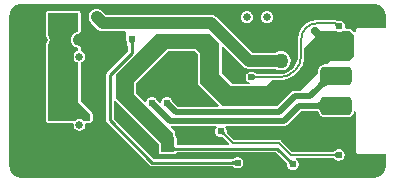
<source format=gbl>
G04*
G04 #@! TF.GenerationSoftware,Altium Limited,Altium Designer,22.3.1 (43)*
G04*
G04 Layer_Physical_Order=2*
G04 Layer_Color=14256728*
%FSLAX25Y25*%
%MOIN*%
G70*
G04*
G04 #@! TF.SameCoordinates,053DD5C4-2321-4C6E-A5A1-E9A81C9A727C*
G04*
G04*
G04 #@! TF.FilePolarity,Positive*
G04*
G01*
G75*
%ADD12C,0.01000*%
%ADD17C,0.00600*%
G04:AMPARAMS|DCode=31|XSize=62.99mil|YSize=106.3mil|CornerRadius=15.75mil|HoleSize=0mil|Usage=FLASHONLY|Rotation=270.000|XOffset=0mil|YOffset=0mil|HoleType=Round|Shape=RoundedRectangle|*
%AMROUNDEDRECTD31*
21,1,0.06299,0.07480,0,0,270.0*
21,1,0.03150,0.10630,0,0,270.0*
1,1,0.03150,-0.03740,-0.01575*
1,1,0.03150,-0.03740,0.01575*
1,1,0.03150,0.03740,0.01575*
1,1,0.03150,0.03740,-0.01575*
%
%ADD31ROUNDEDRECTD31*%
%ADD54C,0.02500*%
%ADD56C,0.04000*%
%ADD57C,0.02000*%
%ADD61C,0.02559*%
%ADD62O,0.06299X0.03937*%
%ADD63O,0.08268X0.03937*%
%ADD64C,0.02400*%
%ADD65C,0.04000*%
%ADD66C,0.05000*%
G36*
X109824Y52622D02*
X109880Y52591D01*
X109945Y52569D01*
X110019Y52555D01*
X110102Y52549D01*
X110193Y52552D01*
X110293Y52562D01*
X110401Y52582D01*
X110518Y52610D01*
X110644Y52646D01*
X109847Y51167D01*
X109800Y51323D01*
X109607Y51838D01*
X109557Y51940D01*
X109455Y52110D01*
X109404Y52179D01*
X109351Y52237D01*
X109776Y52662D01*
X109824Y52622D01*
D02*
G37*
G36*
X116000Y48500D02*
Y41500D01*
X114500Y40000D01*
X108000Y40000D01*
X106894Y38894D01*
X106260D01*
X105372Y38718D01*
X104620Y38215D01*
X104117Y37462D01*
X103940Y36575D01*
Y35941D01*
X101620Y33621D01*
X97933Y29933D01*
X96200D01*
X95537Y29801D01*
X94974Y29426D01*
X90282Y24733D01*
X72267D01*
X64500Y32500D01*
Y42500D01*
X63000Y44000D01*
X53500D01*
X42500Y33000D01*
Y29000D01*
X55636Y15864D01*
X55600Y15778D01*
Y15022D01*
X55889Y14324D01*
X56000Y14213D01*
Y9500D01*
X51500D01*
Y12500D01*
X36500Y27500D01*
Y35470D01*
X42765Y41735D01*
X42826Y41826D01*
X50000Y49000D01*
X67949D01*
X71000Y45949D01*
Y35500D01*
X75000Y31500D01*
X86500D01*
X88480Y33480D01*
X90967D01*
X90972Y33480D01*
X90974Y33460D01*
X92606Y33621D01*
X94176Y34097D01*
X95622Y34870D01*
X96890Y35910D01*
X97930Y37178D01*
X98703Y38624D01*
X99180Y40194D01*
X99340Y41826D01*
X99320D01*
Y44320D01*
X102944Y47944D01*
X102916Y47975D01*
X104508Y49919D01*
X104717Y49717D01*
X105000Y50000D01*
X109813D01*
X109924Y49889D01*
X110622Y49600D01*
X111378D01*
X112076Y49889D01*
X112187Y50000D01*
X114500D01*
X116000Y48500D01*
D02*
G37*
G36*
X5000Y58991D02*
X122500D01*
X122537Y58996D01*
X123022Y58964D01*
X123535Y58862D01*
X124030Y58694D01*
X124499Y58463D01*
X124934Y58172D01*
X125327Y57827D01*
X125672Y57434D01*
X125963Y56999D01*
X126194Y56530D01*
X126362Y56035D01*
X126464Y55522D01*
X126496Y55036D01*
X126491Y55000D01*
Y51009D01*
X117500D01*
X117239Y50974D01*
X116996Y50874D01*
X116787Y50713D01*
X116627Y50504D01*
X116526Y50261D01*
X116491Y50000D01*
Y49660D01*
X116029Y49469D01*
X114999Y50499D01*
X114853Y50612D01*
X114683Y50682D01*
X114500Y50706D01*
X114500Y50706D01*
X113222D01*
X112879Y51206D01*
X112900Y51313D01*
Y51687D01*
X112827Y52054D01*
X112684Y52400D01*
X112476Y52711D01*
X112211Y52976D01*
X111900Y53184D01*
X111554Y53327D01*
X111187Y53400D01*
X110813D01*
X110446Y53327D01*
X110419Y53316D01*
X110339Y53293D01*
X110257Y53273D01*
X110191Y53262D01*
X110153Y53257D01*
X110068Y53323D01*
X109998Y53352D01*
X109970Y53373D01*
X109727Y53474D01*
X109466Y53509D01*
X103600D01*
Y53510D01*
X102893Y53470D01*
X102196Y53352D01*
X101516Y53156D01*
X100862Y52885D01*
X100243Y52543D01*
X99666Y52133D01*
X99138Y51662D01*
X98667Y51134D01*
X98257Y50557D01*
X97915Y49938D01*
X97644Y49284D01*
X97448Y48604D01*
X97330Y47907D01*
X97290Y47200D01*
X97291D01*
Y41826D01*
X97297Y41780D01*
X97260Y41118D01*
X97141Y40418D01*
X96945Y39737D01*
X96674Y39081D01*
X96330Y38460D01*
X95920Y37882D01*
X95447Y37353D01*
X94918Y36880D01*
X94340Y36470D01*
X93719Y36127D01*
X93063Y35855D01*
X92382Y35659D01*
X91682Y35540D01*
X91021Y35503D01*
X90976Y35509D01*
X90971Y35509D01*
X90970Y35508D01*
X90969Y35509D01*
X83457D01*
X83430Y35513D01*
X83397Y35522D01*
X83355Y35537D01*
X83307Y35560D01*
X83250Y35593D01*
X83196Y35630D01*
X83034Y35763D01*
X82949Y35846D01*
X82916Y35871D01*
X82811Y35976D01*
X82500Y36184D01*
X82154Y36327D01*
X81787Y36400D01*
X81413D01*
X81046Y36327D01*
X80700Y36184D01*
X80389Y35976D01*
X80124Y35711D01*
X79916Y35400D01*
X79773Y35054D01*
X79700Y34687D01*
Y34313D01*
X79773Y33946D01*
X79916Y33600D01*
X80124Y33289D01*
X80389Y33024D01*
X80700Y32816D01*
X81046Y32673D01*
X80913Y32206D01*
X75292D01*
X71706Y35792D01*
Y44611D01*
X72168Y44802D01*
X78885Y38085D01*
X79208Y37809D01*
X79570Y37587D01*
X79963Y37424D01*
X80376Y37325D01*
X80800Y37292D01*
X89784D01*
X89823Y37263D01*
X90272Y37034D01*
X90751Y36879D01*
X91248Y36800D01*
X91752D01*
X92249Y36879D01*
X92728Y37034D01*
X93177Y37263D01*
X93585Y37559D01*
X93941Y37915D01*
X94237Y38323D01*
X94466Y38772D01*
X94621Y39251D01*
X94700Y39748D01*
Y40252D01*
X94621Y40749D01*
X94466Y41228D01*
X94237Y41677D01*
X93941Y42085D01*
X93585Y42441D01*
X93177Y42737D01*
X92728Y42966D01*
X92249Y43121D01*
X91752Y43200D01*
X91248D01*
X90751Y43121D01*
X90272Y42966D01*
X89823Y42737D01*
X89784Y42708D01*
X81922D01*
X70215Y54415D01*
X69892Y54691D01*
X69530Y54913D01*
X69137Y55076D01*
X68724Y55175D01*
X68300Y55208D01*
X33222D01*
X32015Y56415D01*
X31934Y56484D01*
X31859Y56559D01*
X31773Y56622D01*
X31692Y56691D01*
X31601Y56747D01*
X31515Y56809D01*
X31420Y56858D01*
X31330Y56913D01*
X31231Y56954D01*
X31136Y57002D01*
X31035Y57035D01*
X30937Y57076D01*
X30833Y57101D01*
X30732Y57134D01*
X30627Y57150D01*
X30524Y57175D01*
X30417Y57183D01*
X30312Y57200D01*
X30206D01*
X30100Y57208D01*
X29994Y57200D01*
X29888D01*
X29783Y57183D01*
X29676Y57175D01*
X29573Y57150D01*
X29468Y57134D01*
X29367Y57101D01*
X29263Y57076D01*
X29165Y57035D01*
X29064Y57002D01*
X28969Y56954D01*
X28870Y56913D01*
X28780Y56858D01*
X28685Y56809D01*
X28599Y56747D01*
X28508Y56691D01*
X28427Y56622D01*
X28341Y56559D01*
X28266Y56484D01*
X28185Y56415D01*
X28116Y56334D01*
X28041Y56259D01*
X27978Y56173D01*
X27909Y56092D01*
X27853Y56001D01*
X27791Y55915D01*
X27742Y55820D01*
X27687Y55730D01*
X27646Y55631D01*
X27598Y55536D01*
X27565Y55435D01*
X27524Y55337D01*
X27499Y55233D01*
X27466Y55132D01*
X27450Y55027D01*
X27425Y54924D01*
X27417Y54817D01*
X27400Y54712D01*
Y54606D01*
X27392Y54500D01*
X27400Y54394D01*
Y54287D01*
X27417Y54182D01*
X27425Y54076D01*
X27450Y53973D01*
X27466Y53868D01*
X27499Y53767D01*
X27524Y53663D01*
X27565Y53565D01*
X27598Y53464D01*
X27646Y53369D01*
X27687Y53270D01*
X27742Y53180D01*
X27791Y53085D01*
X27853Y52999D01*
X27909Y52908D01*
X27978Y52827D01*
X28041Y52741D01*
X28116Y52666D01*
X28185Y52585D01*
X30185Y50585D01*
X30508Y50309D01*
X30870Y50087D01*
X31263Y49924D01*
X31676Y49825D01*
X32100Y49792D01*
X39492D01*
X39900Y49570D01*
Y47678D01*
X40000Y47578D01*
X40016Y47470D01*
X40000Y47387D01*
Y47013D01*
X40073Y46646D01*
X40180Y46387D01*
X40677Y43107D01*
X40341Y42746D01*
X33647Y36053D01*
X33497Y35870D01*
X33386Y35661D01*
X33317Y35435D01*
X33294Y35200D01*
X33294Y35200D01*
Y20179D01*
X33294Y20179D01*
X33317Y19944D01*
X33386Y19718D01*
X33497Y19509D01*
X33647Y19327D01*
X47827Y5147D01*
X47827Y5147D01*
X48009Y4997D01*
X48218Y4886D01*
X48444Y4817D01*
X48679Y4794D01*
X48679Y4794D01*
X75271D01*
X75369Y4791D01*
X75441Y4785D01*
X75503Y4775D01*
X75556Y4763D01*
X75600Y4750D01*
X75637Y4735D01*
X75668Y4719D01*
X75694Y4702D01*
X75717Y4685D01*
X75762Y4643D01*
X75789Y4624D01*
X75889Y4524D01*
X76200Y4316D01*
X76546Y4173D01*
X76913Y4100D01*
X77287D01*
X77654Y4173D01*
X78000Y4316D01*
X78311Y4524D01*
X78576Y4789D01*
X78784Y5100D01*
X78927Y5446D01*
X79000Y5813D01*
Y6187D01*
X78927Y6554D01*
X78784Y6900D01*
X78576Y7211D01*
X78311Y7476D01*
X78000Y7684D01*
X77654Y7827D01*
X77287Y7900D01*
X76913D01*
X76546Y7827D01*
X76200Y7684D01*
X75889Y7476D01*
X75789Y7376D01*
X75762Y7357D01*
X75717Y7315D01*
X75694Y7298D01*
X75668Y7281D01*
X75637Y7265D01*
X75600Y7250D01*
X75556Y7237D01*
X75503Y7225D01*
X75441Y7215D01*
X75369Y7209D01*
X75271Y7206D01*
X49179D01*
X35706Y20679D01*
Y26589D01*
X36206Y26796D01*
X50794Y12207D01*
Y9500D01*
X50818Y9317D01*
X50889Y9147D01*
X51001Y9001D01*
X51147Y8889D01*
X51317Y8818D01*
X51500Y8794D01*
X56000D01*
X56183Y8818D01*
X56353Y8889D01*
X56499Y9001D01*
X56612Y9147D01*
X56682Y9317D01*
X56705Y9494D01*
X89801D01*
X93354Y5940D01*
X93422Y5869D01*
X93468Y5814D01*
X93505Y5764D01*
X93534Y5718D01*
X93555Y5676D01*
X93571Y5639D01*
X93582Y5607D01*
X93589Y5576D01*
X93592Y5548D01*
X93594Y5486D01*
X93600Y5454D01*
Y5313D01*
X93673Y4946D01*
X93816Y4600D01*
X94024Y4289D01*
X94289Y4024D01*
X94600Y3816D01*
X94946Y3673D01*
X95313Y3600D01*
X95687D01*
X96054Y3673D01*
X96400Y3816D01*
X96711Y4024D01*
X96976Y4289D01*
X97184Y4600D01*
X97327Y4946D01*
X97400Y5313D01*
Y5687D01*
X97327Y6054D01*
X97184Y6400D01*
X96976Y6711D01*
X96711Y6976D01*
X96501Y7116D01*
X96578Y7532D01*
X96621Y7616D01*
X108954D01*
X108979Y7612D01*
X109009Y7604D01*
X109046Y7589D01*
X109090Y7568D01*
X109142Y7536D01*
X109200Y7495D01*
X109264Y7442D01*
X109333Y7376D01*
X109419Y7285D01*
X109450Y7260D01*
X109612Y7099D01*
X109923Y6891D01*
X110269Y6748D01*
X110636Y6675D01*
X111010D01*
X111377Y6748D01*
X111723Y6891D01*
X112034Y7099D01*
X112299Y7363D01*
X112507Y7675D01*
X112650Y8020D01*
X112723Y8387D01*
Y8762D01*
X112650Y9129D01*
X112507Y9475D01*
X112299Y9786D01*
X112034Y10050D01*
X111723Y10258D01*
X111377Y10402D01*
X111010Y10475D01*
X110636D01*
X110269Y10402D01*
X109923Y10258D01*
X109612Y10050D01*
X109550Y9989D01*
X109531Y9975D01*
X109432Y9887D01*
X109351Y9821D01*
X109275Y9766D01*
X109206Y9722D01*
X109144Y9688D01*
X109091Y9664D01*
X109046Y9648D01*
X109009Y9638D01*
X108981Y9634D01*
X95293D01*
X91613Y13313D01*
X91404Y13474D01*
X91161Y13574D01*
X90900Y13609D01*
X75818D01*
X73526Y15901D01*
X73510Y15922D01*
X73493Y15952D01*
X73475Y15992D01*
X73457Y16043D01*
X73440Y16106D01*
X73427Y16171D01*
X73408Y16379D01*
X73406Y16498D01*
X73400Y16538D01*
Y16687D01*
X73327Y17054D01*
X73184Y17400D01*
X72976Y17711D01*
X72895Y17792D01*
X73102Y18292D01*
X92500D01*
X92833Y18325D01*
X93154Y18422D01*
X93449Y18580D01*
X93708Y18792D01*
X98208Y23292D01*
X102761D01*
X103038Y23285D01*
X103344Y23259D01*
X103596Y23219D01*
X103791Y23168D01*
X103928Y23114D01*
X104006Y23068D01*
X104090Y22720D01*
X104227Y22389D01*
X104414Y22084D01*
X104646Y21812D01*
X104919Y21579D01*
X105224Y21392D01*
X105555Y21255D01*
X105903Y21171D01*
X106260Y21143D01*
X113740D01*
X114097Y21171D01*
X114445Y21255D01*
X114776Y21392D01*
X115081Y21579D01*
X115354Y21812D01*
X115586Y22084D01*
X115773Y22389D01*
X115910Y22720D01*
X115994Y23068D01*
X116491Y23027D01*
Y10000D01*
X116526Y9739D01*
X116627Y9496D01*
X116787Y9287D01*
X116996Y9127D01*
X117239Y9026D01*
X117500Y8991D01*
X126491D01*
Y5000D01*
X126496Y4964D01*
X126464Y4478D01*
X126362Y3965D01*
X126194Y3470D01*
X125963Y3001D01*
X125672Y2566D01*
X125327Y2173D01*
X124934Y1828D01*
X124499Y1537D01*
X124030Y1306D01*
X123535Y1138D01*
X123022Y1036D01*
X122537Y1004D01*
X122500Y1009D01*
X5000D01*
X4964Y1004D01*
X4478Y1036D01*
X3965Y1138D01*
X3470Y1306D01*
X3001Y1537D01*
X2566Y1828D01*
X2173Y2173D01*
X1828Y2566D01*
X1537Y3001D01*
X1306Y3470D01*
X1138Y3965D01*
X1036Y4478D01*
X1004Y4964D01*
X1009Y5000D01*
Y55000D01*
X1004Y55036D01*
X1036Y55522D01*
X1138Y56035D01*
X1306Y56530D01*
X1537Y56999D01*
X1828Y57434D01*
X2173Y57827D01*
X2566Y58172D01*
X3001Y58463D01*
X3470Y58694D01*
X3965Y58862D01*
X4478Y58964D01*
X4964Y58996D01*
X5000Y58991D01*
D02*
G37*
G36*
X42675Y46273D02*
X42618Y46198D01*
X42567Y46117D01*
X42522Y46030D01*
X42485Y45938D01*
X42454Y45840D01*
X42431Y45736D01*
X42414Y45626D01*
X42403Y45510D01*
X42400Y45389D01*
X41400D01*
X41397Y45510D01*
X41386Y45626D01*
X41369Y45736D01*
X41346Y45840D01*
X41315Y45938D01*
X41278Y46030D01*
X41233Y46117D01*
X41182Y46198D01*
X41125Y46273D01*
X41060Y46343D01*
X42740D01*
X42675Y46273D01*
D02*
G37*
G36*
X82563Y35237D02*
X82771Y35065D01*
X82875Y34994D01*
X82978Y34935D01*
X83080Y34886D01*
X83182Y34849D01*
X83282Y34822D01*
X83382Y34805D01*
X83482Y34800D01*
Y34200D01*
X83382Y34195D01*
X83282Y34178D01*
X83182Y34151D01*
X83080Y34114D01*
X82978Y34065D01*
X82875Y34006D01*
X82771Y33935D01*
X82667Y33854D01*
X82563Y33763D01*
X82457Y33660D01*
Y35340D01*
X82563Y35237D01*
D02*
G37*
G36*
X107823Y31861D02*
X107655Y31959D01*
X107461Y32003D01*
X107241Y31995D01*
X106997Y31932D01*
X106727Y31816D01*
X106431Y31647D01*
X106110Y31424D01*
X105764Y31148D01*
X104995Y30435D01*
X103326Y31595D01*
X103727Y32009D01*
X104352Y32746D01*
X104576Y33069D01*
X104743Y33362D01*
X104850Y33623D01*
X104899Y33855D01*
X104890Y34056D01*
X104822Y34226D01*
X104696Y34366D01*
X107823Y31861D01*
D02*
G37*
G36*
X63794Y42208D02*
Y32500D01*
X63818Y32317D01*
X63889Y32147D01*
X64001Y32001D01*
X64001Y32001D01*
X70831Y25170D01*
X70640Y24708D01*
X57208D01*
X55303Y26613D01*
X55184Y26900D01*
X54976Y27211D01*
X54711Y27476D01*
X54400Y27684D01*
X54054Y27827D01*
X53687Y27900D01*
X53313D01*
X52946Y27827D01*
X52600Y27684D01*
X52289Y27476D01*
X52024Y27211D01*
X51816Y26900D01*
X51673Y26554D01*
X51600Y26187D01*
Y26023D01*
X51100Y25816D01*
X50302Y26613D01*
X50184Y26900D01*
X49976Y27211D01*
X49711Y27476D01*
X49400Y27684D01*
X49054Y27827D01*
X48687Y27900D01*
X48313D01*
X47946Y27827D01*
X47600Y27684D01*
X47289Y27476D01*
X47024Y27211D01*
X46816Y26900D01*
X46673Y26554D01*
X46669Y26536D01*
X46127Y26372D01*
X43206Y29293D01*
Y32708D01*
X53793Y43294D01*
X62708D01*
X63794Y42208D01*
D02*
G37*
G36*
X104755Y23005D02*
X104735Y23194D01*
X104673Y23363D01*
X104569Y23512D01*
X104424Y23642D01*
X104237Y23751D01*
X104010Y23841D01*
X103740Y23910D01*
X103429Y23960D01*
X103077Y23990D01*
X102683Y24000D01*
Y26000D01*
X103077Y26010D01*
X103429Y26040D01*
X103740Y26090D01*
X104010Y26159D01*
X104237Y26249D01*
X104424Y26358D01*
X104569Y26488D01*
X104673Y26637D01*
X104735Y26806D01*
X104755Y26995D01*
Y23005D01*
D02*
G37*
G36*
X72702Y16341D02*
X72728Y16071D01*
X72751Y15948D01*
X72782Y15833D01*
X72820Y15727D01*
X72865Y15628D01*
X72917Y15538D01*
X72976Y15456D01*
X73043Y15381D01*
X72619Y14957D01*
X72544Y15024D01*
X72462Y15083D01*
X72372Y15135D01*
X72273Y15180D01*
X72167Y15218D01*
X72052Y15249D01*
X71929Y15272D01*
X71798Y15289D01*
X71659Y15298D01*
X71512Y15300D01*
X72700Y16488D01*
X72702Y16341D01*
D02*
G37*
G36*
X70105Y17792D02*
X70024Y17711D01*
X69816Y17400D01*
X69673Y17054D01*
X69600Y16687D01*
Y16313D01*
X69673Y15946D01*
X69816Y15600D01*
X70024Y15289D01*
X70289Y15024D01*
X70600Y14816D01*
X70946Y14673D01*
X71313Y14600D01*
X71462D01*
X71502Y14594D01*
X71631Y14592D01*
X71731Y14586D01*
X71819Y14575D01*
X71894Y14560D01*
X71957Y14543D01*
X72008Y14525D01*
X72048Y14507D01*
X72078Y14490D01*
X72100Y14474D01*
X74206Y12368D01*
X74015Y11906D01*
X56706D01*
Y14213D01*
X56706Y14213D01*
X56682Y14396D01*
X56612Y14566D01*
X56499Y14712D01*
X56488Y14724D01*
X56306Y15163D01*
Y15653D01*
X56318Y15682D01*
X56324Y15728D01*
X56336Y15772D01*
Y15818D01*
X56342Y15864D01*
X56336Y15910D01*
Y15956D01*
X56324Y16001D01*
X56318Y16047D01*
X56300Y16090D01*
X56288Y16135D01*
X56265Y16175D01*
X56247Y16217D01*
X56219Y16254D01*
X56196Y16294D01*
X56163Y16327D01*
X56135Y16364D01*
X54707Y17792D01*
X54914Y18292D01*
X69898D01*
X70105Y17792D01*
D02*
G37*
G36*
X109932Y7771D02*
X109832Y7876D01*
X109732Y7971D01*
X109632Y8054D01*
X109532Y8126D01*
X109432Y8186D01*
X109331Y8236D01*
X109231Y8275D01*
X109131Y8303D01*
X109030Y8319D01*
X108929Y8325D01*
X108955Y8925D01*
X109054Y8930D01*
X109153Y8946D01*
X109254Y8972D01*
X109357Y9009D01*
X109461Y9056D01*
X109566Y9114D01*
X109673Y9182D01*
X109781Y9261D01*
X109891Y9350D01*
X110002Y9450D01*
X109932Y7771D01*
D02*
G37*
G36*
X94661Y7051D02*
X94750Y6976D01*
X94840Y6911D01*
X94930Y6854D01*
X95021Y6806D01*
X95113Y6767D01*
X95206Y6737D01*
X95299Y6716D01*
X95393Y6703D01*
X95488Y6700D01*
X94300Y5512D01*
X94297Y5607D01*
X94284Y5701D01*
X94263Y5794D01*
X94233Y5887D01*
X94194Y5979D01*
X94146Y6070D01*
X94089Y6160D01*
X94024Y6250D01*
X93949Y6339D01*
X93866Y6427D01*
X94573Y7134D01*
X94661Y7051D01*
D02*
G37*
G36*
X76243Y5160D02*
X76174Y5225D01*
X76098Y5282D01*
X76017Y5333D01*
X75930Y5378D01*
X75838Y5415D01*
X75740Y5446D01*
X75636Y5469D01*
X75526Y5486D01*
X75410Y5497D01*
X75289Y5500D01*
Y6500D01*
X75410Y6503D01*
X75526Y6514D01*
X75636Y6531D01*
X75740Y6554D01*
X75838Y6585D01*
X75930Y6622D01*
X76017Y6667D01*
X76098Y6718D01*
X76174Y6775D01*
X76243Y6840D01*
Y5160D01*
D02*
G37*
%LPC*%
G36*
X87041Y56513D02*
X86651D01*
X86269Y56437D01*
X85909Y56288D01*
X85585Y56071D01*
X85309Y55795D01*
X85092Y55471D01*
X84943Y55111D01*
X84867Y54728D01*
Y54339D01*
X84943Y53956D01*
X85092Y53596D01*
X85309Y53272D01*
X85585Y52996D01*
X85909Y52779D01*
X86269Y52630D01*
X86651Y52554D01*
X87041D01*
X87424Y52630D01*
X87784Y52779D01*
X88108Y52996D01*
X88384Y53272D01*
X88601Y53596D01*
X88750Y53956D01*
X88826Y54339D01*
Y54728D01*
X88750Y55111D01*
X88601Y55471D01*
X88384Y55795D01*
X88108Y56071D01*
X87784Y56288D01*
X87424Y56437D01*
X87041Y56513D01*
D02*
G37*
G36*
X80348D02*
X79959D01*
X79576Y56437D01*
X79216Y56288D01*
X78892Y56071D01*
X78616Y55795D01*
X78399Y55471D01*
X78250Y55111D01*
X78174Y54728D01*
Y54339D01*
X78250Y53956D01*
X78399Y53596D01*
X78616Y53272D01*
X78892Y52996D01*
X79216Y52779D01*
X79576Y52630D01*
X79959Y52554D01*
X80348D01*
X80731Y52630D01*
X81091Y52779D01*
X81415Y52996D01*
X81691Y53272D01*
X81908Y53596D01*
X82057Y53956D01*
X82133Y54339D01*
Y54728D01*
X82057Y55111D01*
X81908Y55471D01*
X81691Y55795D01*
X81415Y56071D01*
X81091Y56288D01*
X80731Y56437D01*
X80348Y56513D01*
D02*
G37*
G36*
X24000Y56706D02*
X13900D01*
X13717Y56682D01*
X13547Y56612D01*
X13401Y56499D01*
X13289Y56353D01*
X13218Y56183D01*
X13194Y56000D01*
Y48622D01*
X13200Y48576D01*
Y48530D01*
X13212Y48485D01*
X13218Y48439D01*
X13236Y48397D01*
X13248Y48352D01*
X13271Y48312D01*
X13289Y48269D01*
X13317Y48232D01*
X13340Y48192D01*
X13474Y48017D01*
X13672Y47540D01*
X13739Y47028D01*
X13672Y46515D01*
X13474Y46038D01*
X13340Y45863D01*
X13317Y45823D01*
X13289Y45786D01*
X13271Y45743D01*
X13248Y45703D01*
X13236Y45659D01*
X13218Y45616D01*
X13212Y45570D01*
X13200Y45525D01*
Y45479D01*
X13194Y45433D01*
Y20000D01*
X13218Y19817D01*
X13289Y19647D01*
X13401Y19501D01*
X13547Y19389D01*
X13717Y19318D01*
X13900Y19294D01*
X21964D01*
X22379Y18817D01*
Y18427D01*
X22455Y18045D01*
X22604Y17684D01*
X22821Y17360D01*
X23096Y17085D01*
X23421Y16868D01*
X23781Y16719D01*
X24163Y16643D01*
X24553D01*
X24936Y16719D01*
X25296Y16868D01*
X25620Y17085D01*
X25896Y17360D01*
X26112Y17684D01*
X26262Y18045D01*
X26338Y18427D01*
Y18817D01*
X26753Y19294D01*
X28000D01*
X28183Y19318D01*
X28353Y19389D01*
X28499Y19501D01*
X28611Y19647D01*
X28682Y19817D01*
X28706Y20000D01*
Y22200D01*
X28706Y22200D01*
X28682Y22383D01*
X28611Y22553D01*
X28499Y22699D01*
X28499Y22699D01*
X24706Y26493D01*
Y39398D01*
X24702Y39428D01*
X24936Y39474D01*
X25296Y39624D01*
X25620Y39840D01*
X25896Y40116D01*
X26112Y40440D01*
X26262Y40800D01*
X26338Y41183D01*
Y41573D01*
X26262Y41955D01*
X26112Y42316D01*
X25896Y42640D01*
X25620Y42916D01*
X25296Y43132D01*
X24936Y43281D01*
X24702Y43328D01*
X24706Y43358D01*
Y44357D01*
X24700Y44403D01*
Y44449D01*
X24688Y44494D01*
X24682Y44540D01*
X24664Y44583D01*
X24652Y44627D01*
X24629Y44668D01*
X24611Y44710D01*
X24583Y44747D01*
X24560Y44787D01*
X24527Y44820D01*
X24499Y44857D01*
X24463Y44885D01*
X24430Y44917D01*
X24390Y44941D01*
X24353Y44969D01*
X24310Y44987D01*
X24270Y45010D01*
X24226Y45022D01*
X24183Y45039D01*
X24137Y45045D01*
X24092Y45057D01*
X23649Y45116D01*
X23172Y45313D01*
X22762Y45628D01*
X22447Y46038D01*
X22250Y46515D01*
X22182Y47028D01*
X22250Y47540D01*
X22447Y48017D01*
X22762Y48427D01*
X23172Y48742D01*
X23649Y48939D01*
X24092Y48998D01*
X24137Y49010D01*
X24183Y49016D01*
X24226Y49034D01*
X24270Y49046D01*
X24310Y49069D01*
X24353Y49086D01*
X24390Y49115D01*
X24430Y49138D01*
X24463Y49170D01*
X24499Y49199D01*
X24527Y49235D01*
X24560Y49268D01*
X24583Y49308D01*
X24611Y49345D01*
X24629Y49387D01*
X24652Y49428D01*
X24664Y49472D01*
X24682Y49515D01*
X24688Y49561D01*
X24700Y49606D01*
Y49652D01*
X24706Y49698D01*
Y56000D01*
X24682Y56183D01*
X24611Y56353D01*
X24499Y56499D01*
X24353Y56612D01*
X24183Y56682D01*
X24000Y56706D01*
D02*
G37*
%LPD*%
G36*
Y49698D02*
X23465Y49627D01*
X22816Y49358D01*
X22258Y48931D01*
X21831Y48373D01*
X21562Y47724D01*
X21470Y47028D01*
X21562Y46331D01*
X21831Y45682D01*
X22258Y45124D01*
X22816Y44697D01*
X23465Y44428D01*
X24000Y44357D01*
Y43358D01*
X23965D01*
X23237Y43056D01*
X22680Y42499D01*
X22379Y41772D01*
Y40984D01*
X22680Y40257D01*
X23237Y39700D01*
X23965Y39398D01*
X24000D01*
Y26200D01*
X28000Y22200D01*
Y20000D01*
X25780D01*
X25480Y20300D01*
X24752Y20602D01*
X23965D01*
X23237Y20300D01*
X22937Y20000D01*
X13900D01*
Y45433D01*
X14091Y45682D01*
X14360Y46331D01*
X14451Y47028D01*
X14360Y47724D01*
X14091Y48373D01*
X13900Y48622D01*
Y56000D01*
X24000D01*
Y49698D01*
D02*
G37*
D12*
X53500Y13000D02*
X55800Y10700D01*
X90300D01*
X95500Y5500D01*
X34500Y20179D02*
X48679Y6000D01*
X77100D01*
X41900Y42600D02*
Y47200D01*
X34500Y35200D02*
X41900Y42600D01*
X34500Y20179D02*
Y35200D01*
D17*
X103600Y52500D02*
G03*
X98300Y47200I0J-5300D01*
G01*
X90974Y34500D02*
G03*
X98300Y41826I-0J7326D01*
G01*
X81600Y34500D02*
X90969D01*
X103600Y52500D02*
X109466D01*
X109564Y52449D02*
X110513Y51500D01*
X109516Y52449D02*
X109564D01*
X110513Y51500D02*
X111000D01*
X109466Y52500D02*
X109516Y52449D01*
X71500Y16500D02*
X75400Y12600D01*
X90900D01*
X94875Y8625D01*
X98300Y41826D02*
Y47200D01*
X90969Y34500D02*
X90974Y34500D01*
X94875Y8625D02*
X110773D01*
X110823Y8575D01*
D31*
X110000Y45000D02*
D03*
Y35000D02*
D03*
Y25000D02*
D03*
Y15000D02*
D03*
D54*
X102800Y49800D02*
X102859D01*
X107577Y45082D02*
X109918D01*
X102859Y49800D02*
X107577Y45082D01*
D56*
X80800Y40000D02*
X91500D01*
X68300Y52500D02*
X80800Y40000D01*
X32100Y52500D02*
X68300D01*
X30100Y54500D02*
X32100Y52500D01*
D57*
X53500Y26000D02*
X56500Y23000D01*
X91000D01*
X54500Y20000D02*
X92500D01*
X48500Y26000D02*
X54500Y20000D01*
X91000Y23000D02*
X96200Y28200D01*
X101346D02*
X108146Y35000D01*
X96200Y28200D02*
X101346D01*
X97500Y25000D02*
X110000D01*
X92500Y20000D02*
X97500Y25000D01*
X108146Y35000D02*
X110000D01*
D61*
X80154Y54533D02*
D03*
X86847D02*
D03*
X24358Y41378D02*
D03*
Y18622D02*
D03*
D62*
X10579Y12972D02*
D03*
Y47028D02*
D03*
D63*
X26327Y12972D02*
D03*
Y47028D02*
D03*
D64*
X81600Y34500D02*
D03*
X111000Y51500D02*
D03*
X53500Y26000D02*
D03*
X48500D02*
D03*
X83100Y16700D02*
D03*
X53500Y13000D02*
D03*
X62500Y15400D02*
D03*
X67500D02*
D03*
X57500D02*
D03*
X40406Y26094D02*
D03*
X38500Y35600D02*
D03*
X41900Y47200D02*
D03*
X20000Y44000D02*
D03*
X25800Y21600D02*
D03*
X23800Y23500D02*
D03*
X102800Y49800D02*
D03*
X30000Y5200D02*
D03*
X118000Y57500D02*
D03*
X104000D02*
D03*
X77100Y6000D02*
D03*
X97500Y20000D02*
D03*
X7500Y35000D02*
D03*
Y27500D02*
D03*
X20000Y36000D02*
D03*
X62500Y37500D02*
D03*
X52500D02*
D03*
X33000Y47000D02*
D03*
X65000Y57500D02*
D03*
X47500D02*
D03*
X37500D02*
D03*
X82500Y47500D02*
D03*
X86000D02*
D03*
X75000Y40000D02*
D03*
Y36500D02*
D03*
X102500Y20000D02*
D03*
X92500Y2500D02*
D03*
X82500D02*
D03*
X35000Y7500D02*
D03*
X42500Y17500D02*
D03*
X40000Y20000D02*
D03*
X7500D02*
D03*
Y55000D02*
D03*
X16000Y40000D02*
D03*
Y48000D02*
D03*
Y54500D02*
D03*
X95500Y5500D02*
D03*
X67500Y46700D02*
D03*
X110823Y8575D02*
D03*
X71500Y16500D02*
D03*
X61664Y47230D02*
D03*
D65*
X30100Y54500D02*
D03*
D66*
X91500Y40000D02*
D03*
M02*

</source>
